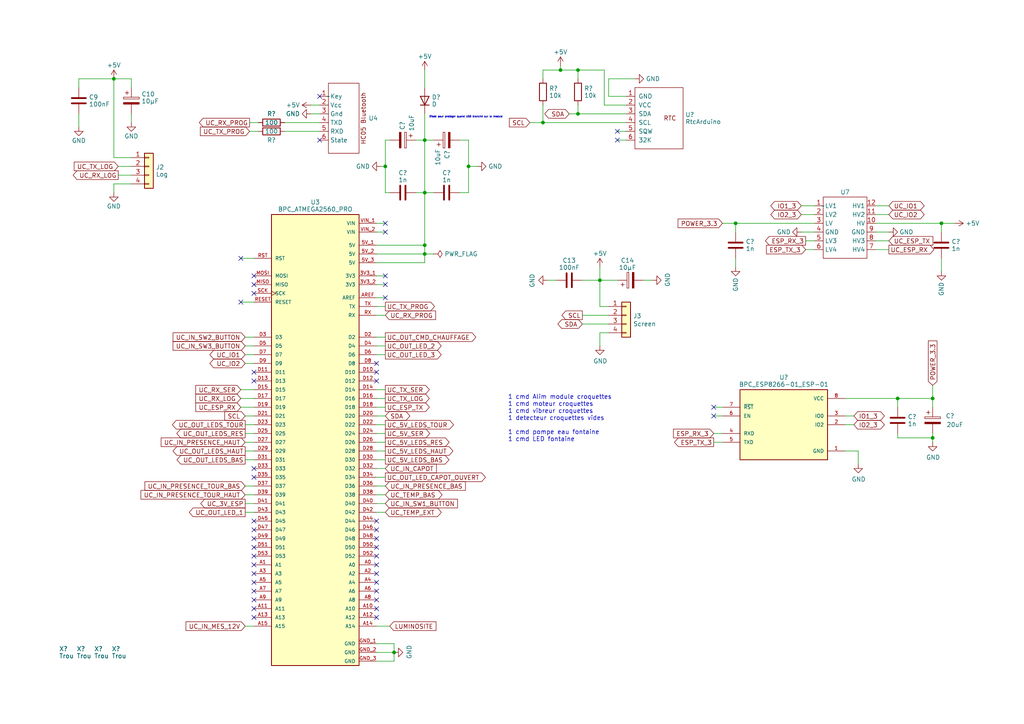
<source format=kicad_sch>
(kicad_sch (version 20230121) (generator eeschema)
  (paper "A4")
  (title_block (title "Cabane à Minou") (date "2024-11-27") (rev "Rev C0") (company "BPC") (comment 1 "2 capteurs de température / 4 entrées détecteur de mouvement") (comment 2 "Wifi / Luminosité / RTC / Bluetooth / Lcd") (comment 3 "4 sorties Strip LEDs (Avec Alim. 5V pilotable)") (comment 4 "Alimentation 12V / 1 sortie 12V commutable"))
  (lib_symbols
    (symbol "Connector_Generic:Conn_01x04" (pin_names (offset 1.016) hide)
      (property "Reference" "J" (at 0 5.08 0))
      (property "Value" "Conn_01x04" (at 0 -7.62 0))
      (symbol "Conn_01x04_1_1"
        (rectangle (start -1.27 -4.953) (end 0 -5.207) (stroke (width 0.1524)))
        (rectangle (start -1.27 -2.413) (end 0 -2.667) (stroke (width 0.1524)))
        (rectangle (start -1.27 0.127) (end 0 -0.127) (stroke (width 0.1524)))
        (rectangle (start -1.27 2.667) (end 0 2.413) (stroke (width 0.1524)))
        (rectangle (start -1.27 3.81) (end 1.27 -6.35) (stroke (width 0.254)) (fill (type background)))
        (pin passive line (at -5.08 2.54 0) (length 3.81) (name "Pin_1") (number "1"))
        (pin passive line (at -5.08 0 0) (length 3.81) (name "Pin_2") (number "2"))
        (pin passive line (at -5.08 -2.54 0) (length 3.81) (name "Pin_3") (number "3"))
        (pin passive line (at -5.08 -5.08 0) (length 3.81) (name "Pin_4") (number "4"))
      )
    )
    (symbol "Device:C" (pin_numbers hide) (pin_names (offset 0.254))
      (property "Reference" "C" (at 0.635 2.54 0))
      (property "Value" "C" (at 0.635 -2.54 0))
      (symbol "C_0_1"
        (polyline (pts (xy -2.032 -0.762) (xy 2.032 -0.762)) (stroke (width 0.508)))
        (polyline (pts (xy -2.032 0.762) (xy 2.032 0.762)) (stroke (width 0.508)))
      )
      (symbol "C_1_1"
        (pin passive line (at 0 3.81 270) (length 2.794) (name "~") (number "1"))
        (pin passive line (at 0 -3.81 90) (length 2.794) (name "~") (number "2"))
      )
    )
    (symbol "Device:C_Polarized" (pin_numbers hide) (pin_names (offset 0.254))
      (property "Reference" "C" (at 0.635 2.54 0))
      (property "Value" "C_Polarized" (at 0.635 -2.54 0))
      (symbol "C_Polarized_0_1"
        (rectangle (start -2.286 0.508) (end 2.286 1.016))
        (polyline (pts (xy -1.778 2.286) (xy -0.762 2.286)))
        (polyline (pts (xy -1.27 2.794) (xy -1.27 1.778)))
        (rectangle (start 2.286 -0.508) (end -2.286 -1.016) (fill (type outline)))
      )
      (symbol "C_Polarized_1_1"
        (pin passive line (at 0 3.81 270) (length 2.794) (name "~") (number "1"))
        (pin passive line (at 0 -3.81 90) (length 2.794) (name "~") (number "2"))
      )
    )
    (symbol "Device:D" (pin_numbers hide) (pin_names (offset 1.016) hide)
      (property "Reference" "D" (at 0 2.54 0))
      (property "Value" "D" (at 0 -2.54 0))
      (symbol "D_0_1"
        (polyline (pts (xy -1.27 1.27) (xy -1.27 -1.27)) (stroke (width 0.254)))
        (polyline (pts (xy 1.27 0) (xy -1.27 0)))
        (polyline (pts (xy 1.27 1.27) (xy 1.27 -1.27) (xy -1.27 0) (xy 1.27 1.27)) (stroke (width 0.254)))
      )
      (symbol "D_1_1"
        (pin passive line (at -3.81 0 0) (length 2.54) (name "K") (number "1"))
        (pin passive line (at 3.81 0 180) (length 2.54) (name "A") (number "2"))
      )
    )
    (symbol "Device:R" (pin_numbers hide) (pin_names (offset 0))
      (property "Reference" "R" (at 2.032 0 90))
      (property "Value" "R" (at 0 0 90))
      (symbol "R_0_1"
        (rectangle (start -1.016 -2.54) (end 1.016 2.54) (stroke (width 0.254)))
      )
      (symbol "R_1_1"
        (pin passive line (at 0 3.81 270) (length 1.27) (name "~") (number "1"))
        (pin passive line (at 0 -3.81 90) (length 1.27) (name "~") (number "2"))
      )
    )
    (symbol "bpc:BPC_ATMEGA2560_PRO" (pin_names (offset 1.016))
      (property "Reference" "U" (at -12.7 63.5 0))
      (property "Value" "BPC_ATMEGA2560_PRO" (at -12.7 -69.85 0))
      (symbol "BPC_ATMEGA2560_PRO_0_0"
        (rectangle (start -12.7 63.5) (end 12.7 -67.31) (stroke (width 0.254)) (fill (type background)))
        (pin power_in line (at 17.78 45.72 180) (length 5.08) (name "3V3") (number "3V3_1"))
        (pin power_in line (at 17.78 43.18 180) (length 5.08) (name "3V3") (number "3V3_2"))
        (pin power_in line (at 17.78 54.61 180) (length 5.08) (name "5V") (number "5V_1"))
        (pin power_in line (at 17.78 52.07 180) (length 5.08) (name "5V") (number "5V_2"))
        (pin power_in line (at 17.78 49.53 180) (length 5.08) (name "5V") (number "5V_3"))
        (pin bidirectional line (at 17.78 -38.1 180) (length 5.08) (name "A0") (number "A0"))
        (pin bidirectional line (at -17.78 -38.1 0) (length 5.08) (name "A1") (number "A1"))
        (pin bidirectional line (at 17.78 -50.8 180) (length 5.08) (name "A10") (number "A10"))
        (pin bidirectional line (at -17.78 -50.8 0) (length 5.08) (name "A11") (number "A11"))
        (pin bidirectional line (at 17.78 -53.34 180) (length 5.08) (name "A12") (number "A12"))
        (pin bidirectional line (at -17.78 -53.34 0) (length 5.08) (name "A13") (number "A13"))
        (pin bidirectional line (at 17.78 -55.88 180) (length 5.08) (name "A14") (number "A14"))
        (pin bidirectional line (at -17.78 -55.88 0) (length 5.08) (name "A15") (number "A15"))
        (pin bidirectional line (at 17.78 -40.64 180) (length 5.08) (name "A2") (number "A2"))
        (pin bidirectional line (at -17.78 -40.64 0) (length 5.08) (name "A3") (number "A3"))
        (pin bidirectional line (at 17.78 -43.18 180) (length 5.08) (name "A4") (number "A4"))
        (pin bidirectional line (at -17.78 -43.18 0) (length 5.08) (name "A5") (number "A5"))
        (pin bidirectional line (at 17.78 -45.72 180) (length 5.08) (name "A6") (number "A6"))
        (pin bidirectional line (at -17.78 -45.72 0) (length 5.08) (name "A7") (number "A7"))
        (pin bidirectional line (at 17.78 -48.26 180) (length 5.08) (name "A8") (number "A8"))
        (pin bidirectional line (at -17.78 -48.26 0) (length 5.08) (name "A9") (number "A9"))
        (pin bidirectional line (at 17.78 39.37 180) (length 5.08) (name "AREF") (number "AREF"))
        (pin bidirectional line (at 17.78 17.78 180) (length 5.08) (name "D10") (number "D10"))
        (pin bidirectional line (at -17.78 17.78 0) (length 5.08) (name "D11") (number "D11"))
        (pin bidirectional line (at 17.78 15.24 180) (length 5.08) (name "D12") (number "D12"))
        (pin bidirectional line (at -17.78 15.24 0) (length 5.08) (name "D13") (number "D13"))
        (pin bidirectional line (at 17.78 12.7 180) (length 5.08) (name "D14") (number "D14"))
        (pin bidirectional line (at -17.78 12.7 0) (length 5.08) (name "D15") (number "D15"))
        (pin bidirectional line (at 17.78 10.16 180) (length 5.08) (name "D16") (number "D16"))
        (pin bidirectional line (at -17.78 10.16 0) (length 5.08) (name "D17") (number "D17"))
        (pin bidirectional line (at 17.78 7.62 180) (length 5.08) (name "D18") (number "D18"))
        (pin bidirectional line (at -17.78 7.62 0) (length 5.08) (name "D19") (number "D19"))
        (pin bidirectional line (at 17.78 27.94 180) (length 5.08) (name "D2") (number "D2"))
        (pin bidirectional line (at 17.78 5.08 180) (length 5.08) (name "D20") (number "D20"))
        (pin bidirectional line (at -17.78 5.08 0) (length 5.08) (name "D21") (number "D21"))
        (pin bidirectional line (at 17.78 2.54 180) (length 5.08) (name "D22") (number "D22"))
        (pin bidirectional line (at -17.78 2.54 0) (length 5.08) (name "D23") (number "D23"))
        (pin bidirectional line (at 17.78 0 180) (length 5.08) (name "D24") (number "D24"))
        (pin bidirectional line (at -17.78 0 0) (length 5.08) (name "D25") (number "D25"))
        (pin bidirectional line (at 17.78 -2.54 180) (length 5.08) (name "D26") (number "D26"))
        (pin bidirectional line (at -17.78 -2.54 0) (length 5.08) (name "D27") (number "D27"))
        (pin bidirectional line (at 17.78 -5.08 180) (length 5.08) (name "D28") (number "D28"))
        (pin bidirectional line (at -17.78 -5.08 0) (length 5.08) (name "D29") (number "D29"))
        (pin bidirectional line (at -17.78 27.94 0) (length 5.08) (name "D3") (number "D3"))
        (pin bidirectional line (at 17.78 -7.62 180) (length 5.08) (name "D30") (number "D30"))
        (pin bidirectional line (at -17.78 -7.62 0) (length 5.08) (name "D31") (number "D31"))
        (pin bidirectional line (at 17.78 -10.16 180) (length 5.08) (name "D32") (number "D32"))
        (pin bidirectional line (at -17.78 -10.16 0) (length 5.08) (name "D33") (number "D33"))
        (pin bidirectional line (at 17.78 -12.7 180) (length 5.08) (name "D34") (number "D34"))
        (pin bidirectional line (at -17.78 -12.7 0) (length 5.08) (name "D35") (number "D35"))
        (pin bidirectional line (at 17.78 -15.24 180) (length 5.08) (name "D36") (number "D36"))
        (pin bidirectional line (at -17.78 -15.24 0) (length 5.08) (name "D37") (number "D37"))
        (pin bidirectional line (at 17.78 -17.78 180) (length 5.08) (name "D38") (number "D38"))
        (pin bidirectional line (at -17.78 -17.78 0) (length 5.08) (name "D39") (number "D39"))
        (pin bidirectional line (at 17.78 25.4 180) (length 5.08) (name "D4") (number "D4"))
        (pin bidirectional line (at 17.78 -20.32 180) (length 5.08) (name "D40") (number "D40"))
        (pin bidirectional line (at -17.78 -20.32 0) (length 5.08) (name "D41") (number "D41"))
        (pin bidirectional line (at 17.78 -22.86 180) (length 5.08) (name "D42") (number "D42"))
        (pin bidirectional line (at -17.78 -22.86 0) (length 5.08) (name "D43") (number "D43"))
        (pin bidirectional line (at 17.78 -25.4 180) (length 5.08) (name "D44") (number "D44"))
        (pin bidirectional line (at -17.78 -25.4 0) (length 5.08) (name "D45") (number "D45"))
        (pin bidirectional line (at 17.78 -27.94 180) (length 5.08) (name "D46") (number "D46"))
        (pin bidirectional line (at -17.78 -27.94 0) (length 5.08) (name "D47") (number "D47"))
        (pin bidirectional line (at 17.78 -30.48 180) (length 5.08) (name "D48") (number "D48"))
        (pin bidirectional line (at -17.78 -30.48 0) (length 5.08) (name "D49") (number "D49"))
        (pin bidirectional line (at -17.78 25.4 0) (length 5.08) (name "D5") (number "D5"))
        (pin bidirectional line (at 17.78 -33.02 180) (length 5.08) (name "D50") (number "D50"))
        (pin bidirectional line (at -17.78 -33.02 0) (length 5.08) (name "D51") (number "D51"))
        (pin bidirectional line (at 17.78 -35.56 180) (length 5.08) (name "D52") (number "D52"))
        (pin bidirectional line (at -17.78 -35.56 0) (length 5.08) (name "D53") (number "D53"))
        (pin bidirectional line (at 17.78 22.86 180) (length 5.08) (name "D6") (number "D6"))
        (pin bidirectional line (at -17.78 22.86 0) (length 5.08) (name "D7") (number "D7"))
        (pin bidirectional line (at 17.78 20.32 180) (length 5.08) (name "D8") (number "D8"))
        (pin bidirectional line (at -17.78 20.32 0) (length 5.08) (name "D9") (number "D9"))
        (pin power_in line (at 17.78 -60.96 180) (length 5.08) (name "GND") (number "GND_1"))
        (pin power_in line (at 17.78 -63.5 180) (length 5.08) (name "GND") (number "GND_2"))
        (pin power_in line (at 17.78 -66.04 180) (length 5.08) (name "GND") (number "GND_3"))
        (pin bidirectional line (at -17.78 43.18 0) (length 5.08) (name "MISO") (number "MISO"))
        (pin bidirectional line (at -17.78 45.72 0) (length 5.08) (name "MOSI") (number "MOSI"))
        (pin input line (at -17.78 38.1 0) (length 5.08) (name "RESET") (number "RESET"))
        (pin input line (at -17.78 50.8 0) (length 5.08) (name "RST") (number "RST"))
        (pin input line (at 17.78 34.29 180) (length 5.08) (name "RX") (number "RX"))
        (pin bidirectional clock (at -17.78 40.64 0) (length 5.08) (name "SCK") (number "SCK"))
        (pin output line (at 17.78 36.83 180) (length 5.08) (name "TX") (number "TX"))
        (pin power_in line (at 17.78 60.96 180) (length 5.08) (name "VIN") (number "VIN_1"))
        (pin power_in line (at 17.78 58.42 180) (length 5.08) (name "VIN") (number "VIN_2"))
      )
    )
    (symbol "bpc:BPC_ESP8266-01_ESP-01" (pin_names (offset 1.016))
      (property "Reference" "U" (at -12.7 10.668 0))
      (property "Value" "BPC_ESP8266-01_ESP-01" (at -12.7254 -12.7254 0))
      (symbol "BPC_ESP8266-01_ESP-01_0_0"
        (rectangle (start -12.7 -10.16) (end 12.7 10.16) (stroke (width 0.254)) (fill (type background)))
        (pin power_in line (at 17.78 -7.62 180) (length 5.08) (name "GND") (number "1"))
        (pin bidirectional line (at 17.78 0 180) (length 5.08) (name "IO2") (number "2"))
        (pin bidirectional line (at 17.78 2.54 180) (length 5.08) (name "IO0") (number "3"))
        (pin input line (at -17.78 -2.54 0) (length 5.08) (name "RXD") (number "4"))
        (pin output line (at -17.78 -5.08 0) (length 5.08) (name "TXD") (number "5"))
        (pin input line (at -17.78 2.54 0) (length 5.08) (name "EN") (number "6"))
        (pin input line (at -17.78 5.08 0) (length 5.08) (name "~{RST}") (number "7"))
        (pin power_in line (at 17.78 7.62 180) (length 5.08) (name "VCC") (number "8"))
      )
    )
    (symbol "bpc:BPC_HC05_BLUETOOTH"
      (property "Reference" "U" (at 2.54 5.08 0))
      (symbol "BPC_HC05_BLUETOOTH_0_1"
        (rectangle (start 0 3.81) (end 8.89 -16.51))
      )
      (symbol "BPC_HC05_BLUETOOTH_1_1"
        (text "HC05 Bluetooth" (at 10.16 -6.35 900) (effects (font (size 1.27 1.27))))
        (pin input line (at -2.54 0 0) (length 2.54) (name "Key") (number "1"))
        (pin power_in line (at -2.54 -2.54 0) (length 2.54) (name "Vcc") (number "2"))
        (pin power_in line (at -2.54 -5.08 0) (length 2.54) (name "Gnd") (number "3"))
        (pin output line (at -2.54 -7.62 0) (length 2.54) (name "TXD") (number "4"))
        (pin input line (at -2.54 -10.16 0) (length 2.54) (name "RXD") (number "5"))
        (pin output line (at -2.54 -12.7 0) (length 2.54) (name "State") (number "6"))
      )
    )
    (symbol "bpc:BPC_LVLCONV_5_33"
      (property "Reference" "U" (at 1.27 3.81 0))
      (symbol "BPC_LVLCONV_5_33_0_1"
        (rectangle (start 0 2.54) (end 12.7 -15.24))
      )
      (symbol "BPC_LVLCONV_5_33_1_1"
        (pin bidirectional line (at -2.54 0 0) (length 2.54) (name "LV1") (number "1"))
        (pin bidirectional line (at 15.24 -5.08 180) (length 2.54) (name "HV") (number "10"))
        (pin bidirectional line (at 15.24 -2.54 180) (length 2.54) (name "HV2") (number "11"))
        (pin bidirectional line (at 15.24 0 180) (length 2.54) (name "HV1") (number "12"))
        (pin bidirectional line (at -2.54 -2.54 0) (length 2.54) (name "LV2") (number "2"))
        (pin bidirectional line (at -2.54 -5.08 0) (length 2.54) (name "LV") (number "3"))
        (pin bidirectional line (at -2.54 -7.62 0) (length 2.54) (name "GND") (number "4"))
        (pin bidirectional line (at -2.54 -10.16 0) (length 2.54) (name "LV3") (number "5"))
        (pin bidirectional line (at -2.54 -12.7 0) (length 2.54) (name "LV4") (number "6"))
        (pin bidirectional line (at 15.24 -12.7 180) (length 2.54) (name "HV4") (number "7"))
        (pin bidirectional line (at 15.24 -10.16 180) (length 2.54) (name "HV3") (number "8"))
        (pin bidirectional line (at 15.24 -7.62 180) (length 2.54) (name "GND") (number "9"))
      )
    )
    (symbol "bpc:BPC_TROU"
      (property "Reference" "X" (at 0 0 0))
      (property "Value" "Trou" (at 0 -1.27 0))
    )
    (symbol "bpc:RtcArduino" (pin_names (offset 1.016))
      (property "Reference" "U" (at 1.27 3.81 0))
      (property "Value" "RtcArduino" (at 5.08 1.27 0))
      (symbol "RtcArduino_0_0"
        (text "RTC" (at 10.16 -8.89 0) (effects (font (size 1.27 1.27))))
      )
      (symbol "RtcArduino_0_1"
        (rectangle (start 0 -17.78) (end 13.97 0))
      )
      (symbol "RtcArduino_1_1"
        (pin power_in line (at -2.54 -2.54 0) (length 2.54) (name "GND") (number "1"))
        (pin power_in line (at -2.54 -5.08 0) (length 2.54) (name "VCC") (number "2"))
        (pin bidirectional line (at -2.54 -7.62 0) (length 2.54) (name "SDA") (number "3"))
        (pin input line (at -2.54 -10.16 0) (length 2.54) (name "SCL") (number "4"))
        (pin unspecified line (at -2.54 -12.7 0) (length 2.54) (name "SQW") (number "5"))
        (pin unspecified line (at -2.54 -15.24 0) (length 2.54) (name "32K") (number "6"))
      )
    )
    (symbol "power:+5V" (power) (pin_names (offset 0))
      (property "Value" "+5V" (at 0 3.556 0))
      (symbol "+5V_0_1"
        (polyline (pts (xy -0.762 1.27) (xy 0 2.54)))
        (polyline (pts (xy 0 0) (xy 0 2.54)))
        (polyline (pts (xy 0 2.54) (xy 0.762 1.27)))
      )
      (symbol "+5V_1_1"
        (pin power_in line (at 0 0 90) (length 0) hide (name "+5V") (number "1"))
      )
    )
    (symbol "power:GND" (power) (pin_names (offset 0))
      (property "Value" "GND" (at 0 -3.81 0))
      (symbol "GND_0_1"
        (polyline (pts (xy 0 0) (xy 0 -1.27) (xy 1.27 -1.27) (xy 0 -2.54) (xy -1.27 -1.27) (xy 0 -1.27)))
      )
      (symbol "GND_1_1"
        (pin power_in line (at 0 0 270) (length 0) hide (name "GND") (number "1"))
      )
    )
    (symbol "power:PWR_FLAG" (power) (pin_numbers hide) (pin_names (offset 0) hide)
      (property "Value" "PWR_FLAG" (at 0 3.81 0))
      (symbol "PWR_FLAG_0_0"
        (pin power_out line (at 0 0 90) (length 0) (name "pwr") (number "1"))
      )
      (symbol "PWR_FLAG_0_1"
        (polyline (pts (xy 0 0) (xy 0 1.27) (xy -1.016 1.905) (xy 0 2.54) (xy 1.016 1.905) (xy 0 1.27)))
      )
    )
  )
  (junction (at 111.76 48.26))
  (junction (at 33.02 22.86))
  (junction (at 270.51 127))
  (junction (at 123.19 55.88))
  (junction (at 123.19 73.66))
  (junction (at 162.56 20.32))
  (junction (at 270.51 115.57))
  (junction (at 114.3 189.23))
  (junction (at 123.19 40.64))
  (junction (at 273.05 64.77))
  (junction (at 123.19 71.12))
  (junction (at 167.64 20.32))
  (junction (at 173.99 81.28))
  (junction (at 213.36 64.77))
  (junction (at 135.89 48.26))
  (junction (at 157.48 35.56))
  (junction (at 260.35 115.57))
  (junction (at 167.64 33.02))
  (no_connect (at 73.66 138.43))
  (no_connect (at 109.22 176.53))
  (no_connect (at 73.66 153.67))
  (no_connect (at 109.22 156.21))
  (no_connect (at 109.22 153.67))
  (no_connect (at 109.22 158.75))
  (no_connect (at 109.22 105.41))
  (no_connect (at 109.22 166.37))
  (no_connect (at 73.66 107.95))
  (no_connect (at 73.66 163.83))
  (no_connect (at 109.22 168.91))
  (no_connect (at 73.66 110.49))
  (no_connect (at 73.66 135.89))
  (no_connect (at 69.85 74.93))
  (no_connect (at 73.66 158.75))
  (no_connect (at 73.66 156.21))
  (no_connect (at 179.07 40.64))
  (no_connect (at 73.66 166.37))
  (no_connect (at 109.22 163.83))
  (no_connect (at 73.66 80.01))
  (no_connect (at 73.66 168.91))
  (no_connect (at 111.76 86.36))
  (no_connect (at 69.85 87.63))
  (no_connect (at 73.66 161.29))
  (no_connect (at 73.66 85.09))
  (no_connect (at 109.22 151.13))
  (no_connect (at 109.22 107.95))
  (no_connect (at 111.76 64.77))
  (no_connect (at 111.76 82.55))
  (no_connect (at 73.66 82.55))
  (no_connect (at 179.07 38.1))
  (no_connect (at 73.66 171.45))
  (no_connect (at 73.66 176.53))
  (no_connect (at 207.01 118.11))
  (no_connect (at 109.22 110.49))
  (no_connect (at 73.66 151.13))
  (no_connect (at 92.71 40.64))
  (no_connect (at 73.66 179.07))
  (no_connect (at 207.01 120.65))
  (no_connect (at 111.76 80.01))
  (no_connect (at 109.22 173.99))
  (no_connect (at 92.71 27.94))
  (no_connect (at 109.22 171.45))
  (no_connect (at 109.22 161.29))
  (no_connect (at 73.66 173.99))
  (no_connect (at 109.22 179.07))
  (no_connect (at 111.76 67.31))
  (wire (pts (xy 232.41 62.23) (xy 236.22 62.23)))
  (wire (pts (xy 109.22 82.55) (xy 111.76 82.55)))
  (wire (pts (xy 270.51 111.76) (xy 270.51 115.57)))
  (wire (pts (xy 109.22 80.01) (xy 111.76 80.01)))
  (wire (pts (xy 109.22 100.33) (xy 111.76 100.33)))
  (wire (pts (xy 162.56 20.32) (xy 162.56 19.05)))
  (wire (pts (xy 260.35 115.57) (xy 260.35 118.11)))
  (wire (pts (xy 173.99 81.28) (xy 179.07 81.28)))
  (wire (pts (xy 232.41 67.31) (xy 236.22 67.31)))
  (wire (pts (xy 260.35 125.73) (xy 260.35 127)))
  (wire (pts (xy 33.02 53.34) (xy 38.1 53.34)))
  (wire (pts (xy 260.35 115.57) (xy 270.51 115.57)))
  (wire (pts (xy 273.05 64.77) (xy 276.86 64.77)))
  (wire (pts (xy 22.86 33.02) (xy 22.86 36.83)))
  (wire (pts (xy 33.02 22.86) (xy 38.1 22.86)))
  (wire (pts (xy 176.53 88.9) (xy 173.99 88.9)))
  (wire (pts (xy 207.01 118.11) (xy 209.55 118.11)))
  (wire (pts (xy 71.12 100.33) (xy 73.66 100.33)))
  (wire (pts (xy 179.07 40.64) (xy 181.61 40.64)))
  (wire (pts (xy 109.22 115.57) (xy 111.76 115.57)))
  (wire (pts (xy 71.12 102.87) (xy 73.66 102.87)))
  (wire (pts (xy 71.12 97.79) (xy 73.66 97.79)))
  (wire (pts (xy 33.02 55.88) (xy 33.02 53.34)))
  (wire (pts (xy 181.61 27.94) (xy 176.53 27.94)))
  (wire (pts (xy 207.01 120.65) (xy 209.55 120.65)))
  (wire (pts (xy 173.99 88.9) (xy 173.99 81.28)))
  (wire (pts (xy 213.36 64.77) (xy 236.22 64.77)))
  (wire (pts (xy 71.12 123.19) (xy 73.66 123.19)))
  (wire (pts (xy 109.22 130.81) (xy 111.76 130.81)))
  (wire (pts (xy 123.19 55.88) (xy 123.19 71.12)))
  (wire (pts (xy 22.86 22.86) (xy 33.02 22.86)))
  (wire (pts (xy 207.01 128.27) (xy 209.55 128.27)))
  (wire (pts (xy 181.61 33.02) (xy 167.64 33.02)))
  (wire (pts (xy 254 69.85) (xy 257.81 69.85)))
  (wire (pts (xy 71.12 181.61) (xy 73.66 181.61)))
  (wire (pts (xy 245.11 120.65) (xy 247.65 120.65)))
  (wire (pts (xy 33.02 45.72) (xy 38.1 45.72)))
  (wire (pts (xy 82.55 35.56) (xy 92.71 35.56)))
  (wire (pts (xy 109.22 133.35) (xy 111.76 133.35)))
  (wire (pts (xy 176.53 91.44) (xy 168.91 91.44)))
  (wire (pts (xy 173.99 81.28) (xy 173.99 77.47)))
  (wire (pts (xy 109.22 71.12) (xy 123.19 71.12)))
  (wire (pts (xy 109.22 135.89) (xy 111.76 135.89)))
  (wire (pts (xy 109.22 189.23) (xy 114.3 189.23)))
  (wire (pts (xy 123.19 55.88) (xy 125.73 55.88)))
  (wire (pts (xy 123.19 20.32) (xy 123.19 25.4)))
  (wire (pts (xy 33.02 22.86) (xy 33.02 45.72)))
  (wire (pts (xy 176.53 27.94) (xy 176.53 22.86)))
  (wire (pts (xy 109.22 102.87) (xy 111.76 102.87)))
  (wire (pts (xy 71.12 148.59) (xy 73.66 148.59)))
  (wire (pts (xy 175.26 20.32) (xy 167.64 20.32)))
  (wire (pts (xy 109.22 140.97) (xy 111.76 140.97)))
  (wire (pts (xy 157.48 35.56) (xy 181.61 35.56)))
  (wire (pts (xy 165.1 33.02) (xy 167.64 33.02)))
  (wire (pts (xy 254 59.69) (xy 257.81 59.69)))
  (wire (pts (xy 245.11 123.19) (xy 247.65 123.19)))
  (wire (pts (xy 34.29 48.26) (xy 38.1 48.26)))
  (wire (pts (xy 69.85 118.11) (xy 73.66 118.11)))
  (wire (pts (xy 273.05 74.93) (xy 273.05 78.74)))
  (wire (pts (xy 207.01 125.73) (xy 209.55 125.73)))
  (wire (pts (xy 71.12 105.41) (xy 73.66 105.41)))
  (wire (pts (xy 175.26 30.48) (xy 175.26 20.32)))
  (wire (pts (xy 157.48 20.32) (xy 162.56 20.32)))
  (wire (pts (xy 90.17 33.02) (xy 92.71 33.02)))
  (wire (pts (xy 109.22 128.27) (xy 111.76 128.27)))
  (wire (pts (xy 123.19 76.2) (xy 123.19 73.66)))
  (wire (pts (xy 123.19 40.64) (xy 125.73 40.64)))
  (wire (pts (xy 38.1 22.86) (xy 38.1 25.4)))
  (wire (pts (xy 71.12 140.97) (xy 73.66 140.97)))
  (wire (pts (xy 111.76 48.26) (xy 111.76 40.64)))
  (wire (pts (xy 273.05 64.77) (xy 273.05 67.31)))
  (wire (pts (xy 109.22 143.51) (xy 111.76 143.51)))
  (wire (pts (xy 153.67 35.56) (xy 157.48 35.56)))
  (wire (pts (xy 109.22 88.9) (xy 111.76 88.9)))
  (wire (pts (xy 69.85 115.57) (xy 73.66 115.57)))
  (wire (pts (xy 109.22 67.31) (xy 111.76 67.31)))
  (wire (pts (xy 233.68 69.85) (xy 236.22 69.85)))
  (wire (pts (xy 109.22 125.73) (xy 111.76 125.73)))
  (wire (pts (xy 254 62.23) (xy 257.81 62.23)))
  (wire (pts (xy 213.36 74.93) (xy 213.36 77.47)))
  (wire (pts (xy 109.22 97.79) (xy 111.76 97.79)))
  (wire (pts (xy 69.85 113.03) (xy 73.66 113.03)))
  (wire (pts (xy 120.65 40.64) (xy 123.19 40.64)))
  (wire (pts (xy 254 67.31) (xy 257.81 67.31)))
  (wire (pts (xy 179.07 38.1) (xy 181.61 38.1)))
  (wire (pts (xy 270.51 127) (xy 270.51 128.27)))
  (wire (pts (xy 167.64 20.32) (xy 167.64 22.86)))
  (wire (pts (xy 109.22 146.05) (xy 111.76 146.05)))
  (wire (pts (xy 69.85 87.63) (xy 73.66 87.63)))
  (wire (pts (xy 158.75 81.28) (xy 161.29 81.28)))
  (wire (pts (xy 109.22 138.43) (xy 111.76 138.43)))
  (wire (pts (xy 71.12 130.81) (xy 73.66 130.81)))
  (wire (pts (xy 168.91 93.98) (xy 176.53 93.98)))
  (wire (pts (xy 71.12 128.27) (xy 73.66 128.27)))
  (wire (pts (xy 167.64 20.32) (xy 162.56 20.32)))
  (wire (pts (xy 245.11 115.57) (xy 260.35 115.57)))
  (wire (pts (xy 176.53 96.52) (xy 173.99 96.52)))
  (wire (pts (xy 176.53 22.86) (xy 184.15 22.86)))
  (wire (pts (xy 82.55 38.1) (xy 92.71 38.1)))
  (wire (pts (xy 135.89 48.26) (xy 138.43 48.26)))
  (wire (pts (xy 209.55 64.77) (xy 213.36 64.77)))
  (wire (pts (xy 135.89 48.26) (xy 135.89 55.88)))
  (wire (pts (xy 90.17 30.48) (xy 92.71 30.48)))
  (wire (pts (xy 109.22 73.66) (xy 123.19 73.66)))
  (wire (pts (xy 260.35 127) (xy 270.51 127)))
  (wire (pts (xy 254 64.77) (xy 273.05 64.77)))
  (wire (pts (xy 109.22 181.61) (xy 113.03 181.61)))
  (wire (pts (xy 114.3 186.69) (xy 114.3 189.23)))
  (wire (pts (xy 110.49 48.26) (xy 111.76 48.26)))
  (wire (pts (xy 109.22 118.11) (xy 111.76 118.11)))
  (wire (pts (xy 72.39 38.1) (xy 74.93 38.1)))
  (wire (pts (xy 168.91 81.28) (xy 173.99 81.28)))
  (wire (pts (xy 173.99 96.52) (xy 173.99 100.33)))
  (wire (pts (xy 109.22 91.44) (xy 111.76 91.44)))
  (wire (pts (xy 114.3 189.23) (xy 114.3 191.77)))
  (wire (pts (xy 111.76 55.88) (xy 113.03 55.88)))
  (wire (pts (xy 72.39 35.56) (xy 74.93 35.56)))
  (wire (pts (xy 254 72.39) (xy 257.81 72.39)))
  (wire (pts (xy 135.89 40.64) (xy 135.89 48.26)))
  (wire (pts (xy 22.86 25.4) (xy 22.86 22.86)))
  (wire (pts (xy 109.22 186.69) (xy 114.3 186.69)))
  (wire (pts (xy 71.12 125.73) (xy 73.66 125.73)))
  (wire (pts (xy 109.22 64.77) (xy 111.76 64.77)))
  (wire (pts (xy 270.51 115.57) (xy 270.51 118.11)))
  (wire (pts (xy 123.19 55.88) (xy 123.19 40.64)))
  (wire (pts (xy 123.19 73.66) (xy 125.73 73.66)))
  (wire (pts (xy 109.22 123.19) (xy 111.76 123.19)))
  (wire (pts (xy 109.22 113.03) (xy 111.76 113.03)))
  (wire (pts (xy 248.92 130.81) (xy 248.92 134.62)))
  (wire (pts (xy 123.19 33.02) (xy 123.19 40.64)))
  (wire (pts (xy 186.69 81.28) (xy 189.23 81.28)))
  (wire (pts (xy 71.12 143.51) (xy 73.66 143.51)))
  (wire (pts (xy 111.76 48.26) (xy 111.76 55.88)))
  (wire (pts (xy 71.12 120.65) (xy 73.66 120.65)))
  (wire (pts (xy 167.64 33.02) (xy 167.64 30.48)))
  (wire (pts (xy 109.22 148.59) (xy 111.76 148.59)))
  (wire (pts (xy 71.12 146.05) (xy 73.66 146.05)))
  (wire (pts (xy 135.89 55.88) (xy 133.35 55.88)))
  (wire (pts (xy 157.48 22.86) (xy 157.48 20.32)))
  (wire (pts (xy 120.65 55.88) (xy 123.19 55.88)))
  (wire (pts (xy 213.36 64.77) (xy 213.36 67.31)))
  (wire (pts (xy 109.22 120.65) (xy 111.76 120.65)))
  (wire (pts (xy 34.29 50.8) (xy 38.1 50.8)))
  (wire (pts (xy 109.22 86.36) (xy 111.76 86.36)))
  (wire (pts (xy 114.3 191.77) (xy 109.22 191.77)))
  (wire (pts (xy 69.85 74.93) (xy 73.66 74.93)))
  (wire (pts (xy 111.76 40.64) (xy 113.03 40.64)))
  (wire (pts (xy 133.35 40.64) (xy 135.89 40.64)))
  (wire (pts (xy 38.1 33.02) (xy 38.1 35.56)))
  (wire (pts (xy 157.48 30.48) (xy 157.48 35.56)))
  (wire (pts (xy 109.22 76.2) (xy 123.19 76.2)))
  (wire (pts (xy 71.12 133.35) (xy 73.66 133.35)))
  (wire (pts (xy 123.19 73.66) (xy 123.19 71.12)))
  (wire (pts (xy 181.61 30.48) (xy 175.26 30.48)))
  (wire (pts (xy 270.51 127) (xy 270.51 125.73)))
  (wire (pts (xy 232.41 59.69) (xy 236.22 59.69)))
  (wire (pts (xy 245.11 130.81) (xy 248.92 130.81)))
  (wire (pts (xy 233.68 72.39) (xy 236.22 72.39)))
  (text "Diode pour protéger quand USB branché sur le module" (at 124.46 34.29 0) (effects (font (size 0.5 0.5)) (justify left bottom)))
  (text "1 cmd Alim module croquettes\n1 cmd moteur croquettes \n1 cmd vibreur croquettes\n1 detecteur croquettes vides\n\n1 cmd pompe eau fontaine\n1 cmd LED fontaine\n" (at 147.32 128.27 0) (effects (font (size 1.27 1.27)) (justify left bottom)))
  (global_label "UC_OUT_LEDS_TOUR" (shape output) (at 71.12 123.19 180) (property "Intersheetrefs" "${INTERSHEET_REFS}" (effects hide)))
  (global_label "UC_RX_PROG" (shape input) (at 111.76 91.44 0) (property "Intersheetrefs" "${INTERSHEET_REFS}" (effects hide)))
  (global_label "UC_IN_SW1_BUTTON" (shape input) (at 111.76 146.05 0) (property "Intersheetrefs" "${INTERSHEET_REFS}" (effects hide)))
  (global_label "UC_5V_LEDS_BAS" (shape output) (at 111.76 133.35 0) (property "Intersheetrefs" "${INTERSHEET_REFS}" (effects hide)))
  (global_label "UC_IN_CAPOT" (shape input) (at 111.76 135.89 0) (property "Intersheetrefs" "${INTERSHEET_REFS}" (effects hide)))
  (global_label "UC_IO1" (shape bidirectional) (at 71.12 102.87 180) (property "Intersheetrefs" "${INTERSHEET_REFS}" (effects hide)))
  (global_label "UC_ESP_TX" (shape output) (at 111.76 118.11 0) (property "Intersheetrefs" "${INTERSHEET_REFS}" (effects hide)))
  (global_label "IO2_3" (shape bidirectional) (at 247.65 123.19 0) (property "Intersheetrefs" "${INTERSHEET_REFS}" (effects hide)))
  (global_label "UC_OUT_LED_1" (shape output) (at 71.12 148.59 180) (property "Intersheetrefs" "${INTERSHEET_REFS}" (effects hide)))
  (global_label "LUMINOSITE" (shape input) (at 113.03 181.61 0) (property "Intersheetrefs" "${INTERSHEET_REFS}" (effects hide)))
  (global_label "UC_IO2" (shape bidirectional) (at 71.12 105.41 180) (property "Intersheetrefs" "${INTERSHEET_REFS}" (effects hide)))
  (global_label "IO1_3" (shape bidirectional) (at 247.65 120.65 0) (property "Intersheetrefs" "${INTERSHEET_REFS}" (effects hide)))
  (global_label "UC_TEMP_EXT" (shape bidirectional) (at 111.76 148.59 0) (property "Intersheetrefs" "${INTERSHEET_REFS}" (effects hide)))
  (global_label "UC_5V_LEDS_HAUT" (shape output) (at 111.76 130.81 0) (property "Intersheetrefs" "${INTERSHEET_REFS}" (effects hide)))
  (global_label "UC_RX_LOG" (shape output) (at 34.29 50.8 180) (property "Intersheetrefs" "${INTERSHEET_REFS}" (effects hide)))
  (global_label "UC_OUT_CMD_CHAUFFAGE" (shape output) (at 111.76 97.79 0) (property "Intersheetrefs" "${INTERSHEET_REFS}" (effects hide)))
  (global_label "UC_RX_LOG" (shape input) (at 69.85 115.57 180) (property "Intersheetrefs" "${INTERSHEET_REFS}" (effects hide)))
  (global_label "ESP_RX_3" (shape input) (at 207.01 125.73 180) (property "Intersheetrefs" "${INTERSHEET_REFS}" (effects hide)))
  (global_label "SCL" (shape input) (at 153.67 35.56 180) (property "Intersheetrefs" "${INTERSHEET_REFS}" (effects hide)))
  (global_label "UC_OUT_LEDS_BAS" (shape output) (at 71.12 133.35 180) (property "Intersheetrefs" "${INTERSHEET_REFS}" (effects hide)))
  (global_label "UC_IN_SW2_BUTTON" (shape input) (at 71.12 97.79 180) (property "Intersheetrefs" "${INTERSHEET_REFS}" (effects hide)))
  (global_label "UC_TX_PROG" (shape output) (at 111.76 88.9 0) (property "Intersheetrefs" "${INTERSHEET_REFS}" (effects hide)))
  (global_label "ESP_TX_3" (shape output) (at 207.01 128.27 180) (property "Intersheetrefs" "${INTERSHEET_REFS}" (effects hide)))
  (global_label "UC_IN_PRESENCE_TOUR_BAS" (shape input) (at 71.12 140.97 180) (property "Intersheetrefs" "${INTERSHEET_REFS}" (effects hide)))
  (global_label "SDA" (shape bidirectional) (at 111.76 120.65 0) (property "Intersheetrefs" "${INTERSHEET_REFS}" (effects hide)))
  (global_label "UC_IO1" (shape bidirectional) (at 257.81 59.69 0) (property "Intersheetrefs" "${INTERSHEET_REFS}" (effects hide)))
  (global_label "UC_OUT_LED_3" (shape output) (at 111.76 102.87 0) (property "Intersheetrefs" "${INTERSHEET_REFS}" (effects hide)))
  (global_label "IO1_3" (shape bidirectional) (at 232.41 59.69 180) (property "Intersheetrefs" "${INTERSHEET_REFS}" (effects hide)))
  (global_label "UC_OUT_LEDS_HAUT" (shape output) (at 71.12 130.81 180) (property "Intersheetrefs" "${INTERSHEET_REFS}" (effects hide)))
  (global_label "UC_5V_LEDS_TOUR" (shape output) (at 111.76 123.19 0) (property "Intersheetrefs" "${INTERSHEET_REFS}" (effects hide)))
  (global_label "UC_RX_PROG" (shape output) (at 72.39 35.56 180) (property "Intersheetrefs" "${INTERSHEET_REFS}" (effects hide)))
  (global_label "UC_IN_MES_12V" (shape input) (at 71.12 181.61 180) (property "Intersheetrefs" "${INTERSHEET_REFS}" (effects hide)))
  (global_label "UC_IN_PRESENCE_BAS" (shape input) (at 111.76 140.97 0) (property "Intersheetrefs" "${INTERSHEET_REFS}" (effects hide)))
  (global_label "UC_OUT_LED_CAPOT_OUVERT" (shape output) (at 111.76 138.43 0) (property "Intersheetrefs" "${INTERSHEET_REFS}" (effects hide)))
  (global_label "UC_TX_PROG" (shape input) (at 72.39 38.1 180) (property "Intersheetrefs" "${INTERSHEET_REFS}" (effects hide)))
  (global_label "UC_OUT_LEDS_RES" (shape output) (at 71.12 125.73 180) (property "Intersheetrefs" "${INTERSHEET_REFS}" (effects hide)))
  (global_label "UC_IN_SW3_BUTTON" (shape input) (at 71.12 100.33 180) (property "Intersheetrefs" "${INTERSHEET_REFS}" (effects hide)))
  (global_label "UC_IO2" (shape bidirectional) (at 257.81 62.23 0) (property "Intersheetrefs" "${INTERSHEET_REFS}" (effects hide)))
  (global_label "UC_IN_PRESENCE_TOUR_HAUT" (shape input) (at 71.12 143.51 180) (property "Intersheetrefs" "${INTERSHEET_REFS}" (effects hide)))
  (global_label "POWER_3.3" (shape input) (at 270.51 111.76 90) (property "Intersheetrefs" "${INTERSHEET_REFS}" (effects hide)))
  (global_label "UC_TX_SER" (shape output) (at 111.76 113.03 0) (property "Intersheetrefs" "${INTERSHEET_REFS}" (effects hide)))
  (global_label "SCL" (shape input) (at 71.12 120.65 180) (property "Intersheetrefs" "${INTERSHEET_REFS}" (effects hide)))
  (global_label "UC_ESP_TX" (shape input) (at 257.81 69.85 0) (property "Intersheetrefs" "${INTERSHEET_REFS}" (effects hide)))
  (global_label "ESP_TX_3" (shape input) (at 233.68 72.39 180) (property "Intersheetrefs" "${INTERSHEET_REFS}" (effects hide)))
  (global_label "UC_OUT_LED_2" (shape output) (at 111.76 100.33 0) (property "Intersheetrefs" "${INTERSHEET_REFS}" (effects hide)))
  (global_label "UC_3V_ESP" (shape output) (at 71.12 146.05 180) (property "Intersheetrefs" "${INTERSHEET_REFS}" (effects hide)))
  (global_label "UC_TEMP_BAS" (shape bidirectional) (at 111.76 143.51 0) (property "Intersheetrefs" "${INTERSHEET_REFS}" (effects hide)))
  (global_label "UC_5V_LEDS_RES" (shape output) (at 111.76 128.27 0) (property "Intersheetrefs" "${INTERSHEET_REFS}" (effects hide)))
  (global_label "UC_5V_SER" (shape output) (at 111.76 125.73 0) (property "Intersheetrefs" "${INTERSHEET_REFS}" (effects hide)))
  (global_label "POWER_3.3" (shape input) (at 209.55 64.77 180) (property "Intersheetrefs" "${INTERSHEET_REFS}" (effects hide)))
  (global_label "UC_ESP_RX" (shape input) (at 69.85 118.11 180) (property "Intersheetrefs" "${INTERSHEET_REFS}" (effects hide)))
  (global_label "UC_TX_LOG" (shape output) (at 111.76 115.57 0) (property "Intersheetrefs" "${INTERSHEET_REFS}" (effects hide)))
  (global_label "UC_TX_LOG" (shape input) (at 34.29 48.26 180) (property "Intersheetrefs" "${INTERSHEET_REFS}" (effects hide)))
  (global_label "SDA" (shape bidirectional) (at 168.91 93.98 180) (property "Intersheetrefs" "${INTERSHEET_REFS}" (effects hide)))
  (global_label "SCL" (shape output) (at 168.91 91.44 180) (property "Intersheetrefs" "${INTERSHEET_REFS}" (effects hide)))
  (global_label "ESP_RX_3" (shape output) (at 233.68 69.85 180) (property "Intersheetrefs" "${INTERSHEET_REFS}" (effects hide)))
  (global_label "UC_RX_SER" (shape input) (at 69.85 113.03 180) (property "Intersheetrefs" "${INTERSHEET_REFS}" (effects hide)))
  (global_label "UC_IN_PRESENCE_HAUT" (shape input) (at 71.12 128.27 180) (property "Intersheetrefs" "${INTERSHEET_REFS}" (effects hide)))
  (global_label "IO2_3" (shape bidirectional) (at 232.41 62.23 180) (property "Intersheetrefs" "${INTERSHEET_REFS}" (effects hide)))
  (global_label "SDA" (shape bidirectional) (at 165.1 33.02 180) (property "Intersheetrefs" "${INTERSHEET_REFS}" (effects hide)))
  (global_label "UC_ESP_RX" (shape output) (at 257.81 72.39 0) (property "Intersheetrefs" "${INTERSHEET_REFS}" (effects hide)))
  (symbol (lib_id "power:GND") (at 213.36 77.47 0) (unit 1)
    (property "Reference" "#PWR?" (effects hide))
    (property "Value" "GND" (at 213.36 82.55 90))
    (instances (project "cabane_minou" (path "" (reference "#PWR?") (unit 1)) (path "" (reference "#PWR042") (unit 1))))
  )
  (symbol (lib_id "power:GND") (at 33.02 55.88 0) (unit 1)
    (property "Reference" "#PWR025" (effects hide))
    (property "Value" "GND" (at 33.02 59.825 0))
    (instances (project "cabane_minou" (path "" (reference "#PWR025") (unit 1))) (project "board_rs485_master" (path "" (reference "#PWR?") (unit 1))))
  )
  (symbol (lib_id "power:GND") (at 232.41 67.31 270) (unit 1)
    (property "Reference" "#PWR?" (effects hide))
    (property "Value" "GND" (at 227.33 67.31 90))
    (instances (project "cabane_minou" (path "" (reference "#PWR?") (unit 1)) (path "" (reference "#PWR038") (unit 1))))
  )
  (symbol (lib_id "Connector_Generic:Conn_01x04") (at 43.18 48.26 0) (unit 1)
    (property "Reference" "J2" (at 45.212 48.506 0) (effects (justify left)))
    (property "Value" "Log" (at 45.212 50.554 0) (effects (justify left)))
    (property "Footprint" "Connector_JST:JST_XH_B4B-XH-A_1x04_P2.50mm_Vertical" (effects hide))
    (instances (project "cabane_minou" (path "" (reference "J2") (unit 1))) (project "board_rs485_master" (path "" (reference "J?") (unit 1))))
  )
  (symbol (lib_id "bpc:BPC_TROU") (at 21.59 189.23 0) (unit 1)
    (property "Reference" "X?" (at 22.225 188.206 0) (effects (justify left)))
    (property "Value" "Trou" (at 22.225 190.254 0) (effects (justify left)))
    (property "Footprint" "bpc:BPC_Trou4mm_Fixation" (effects hide))
    (instances (project "cabane_minou" (path "" (reference "X?") (unit 1)) (path "" (reference "X2") (unit 1))))
  )
  (symbol (lib_id "power:GND") (at 270.51 128.27 0) (unit 1)
    (property "Reference" "#PWR?" (effects hide))
    (property "Value" "GND" (at 270.637 132.6642 0))
    (instances (project "cabane_minou" (path "" (reference "#PWR?") (unit 1)) (path "" (reference "#PWR043") (unit 1))))
  )
  (symbol (lib_id "power:+5V") (at 276.86 64.77 270) (unit 1)
    (property "Reference" "#PWR?" (effects hide))
    (property "Value" "+5V" (at 280.035 64.77 90) (effects (justify left)))
    (instances (project "cabane_minou" (path "" (reference "#PWR?") (unit 1)) (path "" (reference "#PWR039") (unit 1))))
  )
  (symbol (lib_id "Device:C") (at 260.35 121.92 0) (unit 1)
    (property "Reference" "C?" (at 263.271 120.896 0) (effects (justify left)))
    (property "Value" "1n" (at 263.271 122.944 0) (effects (justify left)))
    (property "Footprint" "Capacitor_THT:C_Disc_D5.0mm_W2.5mm_P2.50mm" (effects hide))
    (instances (project "cabane_minou" (path "" (reference "C?") (unit 1)) (path "" (reference "C19") (unit 1))))
  )
  (symbol (lib_id "Device:C") (at 273.05 71.12 0) (unit 1)
    (property "Reference" "C?" (at 275.971 70.096 0) (effects (justify left)))
    (property "Value" "1n" (at 275.971 72.144 0) (effects (justify left)))
    (property "Footprint" "Capacitor_THT:C_Disc_D5.0mm_W2.5mm_P2.50mm" (effects hide))
    (instances (project "cabane_minou" (path "" (reference "C?") (unit 1)) (path "" (reference "C18") (unit 1))))
  )
  (symbol (lib_id "Device:D") (at 123.19 29.21 90) (unit 1)
    (property "Reference" "D?" (at 125.222 28.186 90) (effects (justify right)))
    (property "Value" "D" (at 125.222 30.234 90) (effects (justify right)))
    (property "Footprint" "Diode_THT:D_5W_P12.70mm_Horizontal" (effects hide))
    (property "Sim.Device" "D" (effects hide))
    (property "Sim.Pins" "1=K 2=A" (effects hide))
    (instances (project "cabane_minou" (path "" (reference "D?") (unit 1)) (path "" (reference "D4") (unit 1))))
  )
  (symbol (lib_id "power:GND") (at 38.1 35.56 0) (unit 1)
    (property "Reference" "#PWR026" (effects hide))
    (property "Value" "GND" (at 38.1 39.505 0))
    (instances (project "cabane_minou" (path "" (reference "#PWR026") (unit 1))) (project "board_rs485_master" (path "" (reference "#PWR?") (unit 1))))
  )
  (symbol (lib_id "power:GND") (at 158.75 81.28 270) (unit 1)
    (property "Reference" "#PWR032" (effects hide))
    (property "Value" "GND" (at 154.3558 81.407 0))
    (instances (project "cabane_minou" (path "" (reference "#PWR032") (unit 1))) (project "semuino" (path "" (reference "#PWR?") (unit 1))))
  )
  (symbol (lib_id "Device:R") (at 157.48 26.67 0) (unit 1)
    (property "Reference" "R?" (at 159.258 25.646 0) (effects (justify left)))
    (property "Value" "10k" (at 159.258 27.694 0) (effects (justify left)))
    (property "Footprint" "Resistor_THT:R_Axial_DIN0204_L3.6mm_D1.6mm_P7.62mm_Horizontal" (effects hide))
    (instances (project "cabane_minou" (path "" (reference "R?") (unit 1)) (path "" (reference "R11") (unit 1))))
  )
  (symbol (lib_id "Connector_Generic:Conn_01x04") (at 181.61 91.44 0) (unit 1)
    (property "Reference" "J3" (at 183.642 91.6432 0) (effects (justify left)))
    (property "Value" "Screen" (at 183.642 93.9546 0) (effects (justify left)))
    (property "Footprint" "Connector_JST:JST_XH_B4B-XH-A_1x04_P2.50mm_Vertical" (effects hide))
    (instances (project "cabane_minou" (path "" (reference "J3") (unit 1))) (project "semuino" (path "" (reference "J?") (unit 1))))
  )
  (symbol (lib_id "power:GND") (at 22.86 36.83 0) (unit 1)
    (property "Reference" "#PWR023" (effects hide))
    (property "Value" "GND" (at 22.86 40.775 0))
    (instances (project "cabane_minou" (path "" (reference "#PWR023") (unit 1))) (project "board_rs485_master" (path "" (reference "#PWR?") (unit 1))))
  )
  (symbol (lib_id "power:+5V") (at 90.17 30.48 90) (unit 1)
    (property "Reference" "#PWR027" (effects hide))
    (property "Value" "+5V" (at 86.9951 30.48 90) (effects (justify left)))
    (instances (project "cabane_minou" (path "" (reference "#PWR027") (unit 1))) (project "board_rs485_master" (path "" (reference "#PWR?") (unit 1)) (path "" (reference "#PWR?") (unit 1))))
  )
  (symbol (lib_id "power:GND") (at 173.99 100.33 0) (unit 1)
    (property "Reference" "#PWR035" (effects hide))
    (property "Value" "GND" (at 174.117 104.7242 0))
    (instances (project "cabane_minou" (path "" (reference "#PWR035") (unit 1))) (project "semuino" (path "" (reference "#PWR?") (unit 1))))
  )
  (symbol (lib_id "power:GND") (at 248.92 134.62 0) (unit 1)
    (property "Reference" "#PWR?" (effects hide))
    (property "Value" "GND" (at 249.047 139.0142 0))
    (instances (project "cabane_minou" (path "" (reference "#PWR?") (unit 1)) (path "" (reference "#PWR041") (unit 1))))
  )
  (symbol (lib_id "power:GND") (at 114.3 189.23 90) (unit 1)
    (property "Reference" "#PWR?" (effects hide))
    (property "Value" "GND" (at 118.6942 189.103 0))
    (instances (project "cabane_minou" (path "" (reference "#PWR?") (unit 1)) (path "" (reference "#PWR029") (unit 1))))
  )
  (symbol (lib_id "Device:R") (at 78.74 38.1 270) (unit 1)
    (property "Reference" "R?" (at 78.74 40.64 90))
    (property "Value" "100" (at 78.74 38.1 90))
    (property "Footprint" "Resistor_THT:R_Axial_DIN0204_L3.6mm_D1.6mm_P7.62mm_Horizontal" (effects hide))
    (instances (project "cabane_minou" (path "" (reference "R?") (unit 1)) (path "" (reference "R10") (unit 1))))
  )
  (symbol (lib_id "power:+5V") (at 162.56 19.05 0) (unit 1)
    (property "Reference" "#PWR?" (effects hide))
    (property "Value" "+5V" (at 162.56 15.105 0))
    (instances (project "cabane_minou" (path "" (reference "#PWR?") (unit 1)) (path "" (reference "#PWR033") (unit 1))))
  )
  (symbol (lib_id "power:GND") (at 110.49 48.26 270) (unit 1)
    (property "Reference" "#PWR?" (effects hide))
    (property "Value" "GND" (at 107.3151 48.26 90) (effects (justify right)))
    (instances (project "cabane_minou" (path "" (reference "#PWR?") (unit 1)) (path "" (reference "#PWR091") (unit 1))))
  )
  (symbol (lib_id "Device:C") (at 165.1 81.28 270) (unit 1)
    (property "Reference" "C13" (at 165.1 75.541 90))
    (property "Value" "100nF" (at 165.1 77.589 90))
    (property "Footprint" "Capacitor_THT:C_Disc_D5.0mm_W2.5mm_P2.50mm" (effects hide))
    (instances (project "cabane_minou" (path "" (reference "C13") (unit 1))) (project "board_rs485_master" (path "" (reference "C?") (unit 1)) (path "" (reference "C?") (unit 1))))
  )
  (symbol (lib_id "power:GND") (at 189.23 81.28 90) (unit 1)
    (property "Reference" "#PWR037" (effects hide))
    (property "Value" "GND" (at 193.6242 81.153 0))
    (instances (project "cabane_minou" (path "" (reference "#PWR037") (unit 1))) (project "semuino" (path "" (reference "#PWR?") (unit 1))))
  )
  (symbol (lib_id "bpc:BPC_LVLCONV_5_33") (at 238.76 59.69 0) (unit 1)
    (property "Reference" "U7" (at 245.11 55.745 0))
    (property "Value" "~" (at 238.76 59.69 0))
    (property "Footprint" "bpc:BPC_LVLCONV_5_33" (effects hide))
  )
  (symbol (lib_id "Device:C") (at 129.54 55.88 90) (unit 1)
    (property "Reference" "C?" (at 129.54 50.141 90))
    (property "Value" "1n" (at 129.54 52.189 90))
    (property "Footprint" "Capacitor_THT:C_Disc_D5.0mm_W2.5mm_P2.50mm" (effects hide))
    (instances (project "cabane_minou" (path "" (reference "C?") (unit 1)) (path "" (reference "C12") (unit 1))))
  )
  (symbol (lib_id "Device:C_Polarized") (at 38.1 29.21 0) (unit 1)
    (property "Reference" "C10" (at 41.021 27.297 0) (effects (justify left)))
    (property "Value" "10µF" (at 41.021 29.345 0) (effects (justify left)))
    (property "Footprint" "Capacitor_THT:CP_Radial_D4.0mm_P2.00mm" (effects hide))
    (instances (project "cabane_minou" (path "" (reference "C10") (unit 1))) (project "board_rs485_master" (path "" (reference "C?") (unit 1)) (path "" (reference "C?") (unit 1)) (path "" (reference "C?") (unit 1))))
  )
  (symbol (lib_id "Device:C") (at 213.36 71.12 180) (unit 1)
    (property "Reference" "C?" (at 216.281 70.096 0) (effects (justify right)))
    (property "Value" "1n" (at 216.281 72.144 0) (effects (justify right)))
    (property "Footprint" "Capacitor_THT:C_Disc_D5.0mm_W2.5mm_P2.50mm" (effects hide))
    (instances (project "cabane_minou" (path "" (reference "C?") (unit 1)) (path "" (reference "C16") (unit 1))))
  )
  (symbol (lib_id "power:GND") (at 184.15 22.86 90) (unit 1)
    (property "Reference" "#PWR?" (effects hide))
    (property "Value" "GND" (at 187.325 22.86 90) (effects (justify right)))
    (instances (project "cabane_minou" (path "" (reference "#PWR?") (unit 1)) (path "" (reference "#PWR036") (unit 1))))
  )
  (symbol (lib_id "power:GND") (at 138.43 48.26 90) (unit 1)
    (property "Reference" "#PWR?" (effects hide))
    (property "Value" "GND" (at 141.605 48.26 90) (effects (justify right)))
    (instances (project "cabane_minou" (path "" (reference "#PWR?") (unit 1)) (path "" (reference "#PWR031") (unit 1))))
  )
  (symbol (lib_id "power:GND") (at 273.05 78.74 0) (unit 1)
    (property "Reference" "#PWR?" (effects hide))
    (property "Value" "GND" (at 273.05 83.82 90))
    (instances (project "cabane_minou" (path "" (reference "#PWR?") (unit 1)) (path "" (reference "#PWR040") (unit 1))))
  )
  (symbol (lib_id "bpc:BPC_ESP8266-01_ESP-01") (at 227.33 123.19 0) (unit 1)
    (property "Reference" "U?" (at 227.33 109.45 0))
    (property "Value" "BPC_ESP8266-01_ESP-01" (at 227.33 111.498 0))
    (property "Footprint" "bpc:BPC_XCVR_ESP8266-01_ESP-01" (effects hide))
    (property "MAXIMUM_PACKAGE_HEIGHT" "11.2 mm" (effects hide))
    (property "PARTREV" "V1.2" (effects hide))
    (property "STANDARD" "Manufacturer recommendations or IPC 7351B" (effects hide))
    (property "MANUFACTURER" "AI-Thinker" (effects hide))
    (instances (project "cabane_minou" (path "" (reference "U?") (unit 1)) (path "" (reference "U6") (unit 1))))
  )
  (symbol (lib_id "power:GND") (at 257.81 67.31 90) (unit 1)
    (property "Reference" "#PWR?" (effects hide))
    (property "Value" "GND" (at 262.89 67.31 90))
    (instances (project "cabane_minou" (path "" (reference "#PWR?") (unit 1)) (path "" (reference "#PWR090") (unit 1))))
  )
  (symbol (lib_id "bpc:BPC_ATMEGA2560_PRO") (at 91.44 125.73 0) (unit 1)
    (property "Reference" "U3" (at 91.44 58.65 0))
    (property "Value" "BPC_ATMEGA2560_PRO" (at 91.44 60.698 0))
    (property "Footprint" "bpc:BPC_ATMEGA2560_PRO_MINI" (effects hide))
    (property "PARTREV" "12/May/2017" (effects hide))
    (property "STANDARD" "Manufacturer Recommendations" (effects hide))
    (property "MANUFACTURER" "Robotdyn" (effects hide))
  )
  (symbol (lib_id "bpc:BPC_HC05_BLUETOOTH") (at 95.25 27.94 0) (unit 1)
    (property "Reference" "U4" (at 106.8784 34.29 0) (effects (justify left)))
    (property "Value" "~" (at 95.25 27.94 0))
    (property "Footprint" "bpc:BPC_HC05_Vertical" (effects hide))
  )
  (symbol (lib_id "bpc:BPC_TROU") (at 31.75 189.23 0) (unit 1)
    (property "Reference" "X?" (at 32.385 188.206 0) (effects (justify left)))
    (property "Value" "Trou" (at 32.385 190.254 0) (effects (justify left)))
    (property "Footprint" "bpc:BPC_Trou4mm_Fixation" (effects hide))
    (instances (project "cabane_minou" (path "" (reference "X?") (unit 1)) (path "" (reference "X4") (unit 1))))
  )
  (symbol (lib_id "bpc:RtcArduino") (at 184.15 25.4 0) (unit 1)
    (property "Reference" "U?" (at 198.755 33.266 0) (effects (justify left)))
    (property "Value" "RtcArduino" (at 198.755 35.314 0) (effects (justify left)))
    (property "Footprint" "bpc:BPC_RtcArduino" (effects hide))
    (instances (project "cabane_minou" (path "" (reference "U?") (unit 1)) (path "" (reference "U5") (unit 1))))
  )
  (symbol (lib_id "power:+5V") (at 33.02 22.86 0) (unit 1)
    (property "Reference" "#PWR024" (effects hide))
    (property "Value" "+5V" (at 33.02 18.915 0))
    (instances (project "cabane_minou" (path "" (reference "#PWR024") (unit 1))) (project "board_rs485_master" (path "" (reference "#PWR?") (unit 1)) (path "" (reference "#PWR?") (unit 1))))
  )
  (symbol (lib_id "power:+5V") (at 173.99 77.47 0) (unit 1)
    (property "Reference" "#PWR?" (effects hide))
    (property "Value" "+5V" (at 173.99 73.525 0))
    (instances (project "cabane_minou" (path "" (reference "#PWR?") (unit 1)) (path "" (reference "#PWR034") (unit 1))))
  )
  (symbol (lib_id "bpc:BPC_TROU") (at 26.67 189.23 0) (unit 1)
    (property "Reference" "X?" (at 27.305 188.206 0) (effects (justify left)))
    (property "Value" "Trou" (at 27.305 190.254 0) (effects (justify left)))
    (property "Footprint" "bpc:BPC_Trou4mm_Fixation" (effects hide))
    (instances (project "cabane_minou" (path "" (reference "X?") (unit 1)) (path "" (reference "X3") (unit 1))))
  )
  (symbol (lib_id "Device:R") (at 78.74 35.56 90) (unit 1)
    (property "Reference" "R?" (at 78.74 33.02 90))
    (property "Value" "100" (at 78.74 35.56 90))
    (property "Footprint" "Resistor_THT:R_Axial_DIN0204_L3.6mm_D1.6mm_P7.62mm_Horizontal" (effects hide))
    (instances (project "cabane_minou" (path "" (reference "R?") (unit 1)) (path "" (reference "R9") (unit 1))))
  )
  (symbol (lib_id "Device:C") (at 116.84 55.88 270) (unit 1)
    (property "Reference" "C?" (at 116.84 50.141 90))
    (property "Value" "1n" (at 116.84 52.189 90))
    (property "Footprint" "Capacitor_THT:C_Disc_D5.0mm_W2.5mm_P2.50mm" (effects hide))
    (instances (project "cabane_minou" (path "" (reference "C?") (unit 1)) (path "" (reference "C17") (unit 1))))
  )
  (symbol (lib_id "Device:C_Polarized") (at 129.54 40.64 90) (unit 1)
    (property "Reference" "C?" (at 129.675 43.561 0) (effects (justify right)))
    (property "Value" "10uF" (at 127 43.18 0) (effects (justify right)))
    (property "Footprint" "Capacitor_THT:CP_Radial_D4.0mm_P2.00mm" (effects hide))
    (instances (project "cabane_minou" (path "" (reference "C?") (unit 1)) (path "" (reference "C11") (unit 1))))
  )
  (symbol (lib_id "power:PWR_FLAG") (at 125.73 73.66 270) (unit 1)
    (property "Reference" "#FLG03" (effects hide))
    (property "Value" "PWR_FLAG" (at 128.905 73.66 90) (effects (justify left)))
  )
  (symbol (lib_id "Device:C") (at 22.86 29.21 0) (unit 1)
    (property "Reference" "C9" (at 25.781 28.186 0) (effects (justify left)))
    (property "Value" "100nF" (at 25.781 30.234 0) (effects (justify left)))
    (property "Footprint" "Capacitor_THT:C_Disc_D5.0mm_W2.5mm_P2.50mm" (effects hide))
    (instances (project "cabane_minou" (path "" (reference "C9") (unit 1))) (project "board_rs485_master" (path "" (reference "C?") (unit 1)) (path "" (reference "C?") (unit 1))))
  )
  (symbol (lib_id "Device:C_Polarized") (at 270.51 121.92 0) (unit 1)
    (property "Reference" "C?" (at 276.86 120.65 0) (effects (justify right)))
    (property "Value" "20uF" (at 279.4 123.19 0) (effects (justify right)))
    (property "Footprint" "Capacitor_THT:CP_Radial_D8.0mm_P3.80mm" (effects hide))
    (instances (project "cabane_minou" (path "" (reference "C?") (unit 1)) (path "" (reference "C20") (unit 1))))
  )
  (symbol (lib_id "Device:C_Polarized") (at 182.88 81.28 90) (unit 1)
    (property "Reference" "C14" (at 181.991 75.541 90))
    (property "Value" "10µF" (at 181.991 77.589 90))
    (property "Footprint" "Capacitor_THT:CP_Radial_D4.0mm_P2.00mm" (effects hide))
    (instances (project "cabane_minou" (path "" (reference "C14") (unit 1))) (project "board_rs485_master" (path "" (reference "C?") (unit 1)) (path "" (reference "C?") (unit 1)) (path "" (reference "C?") (unit 1))))
  )
  (symbol (lib_id "Device:R") (at 167.64 26.67 0) (unit 1)
    (property "Reference" "R?" (at 169.418 25.646 0) (effects (justify left)))
    (property "Value" "10k" (at 169.418 27.694 0) (effects (justify left)))
    (property "Footprint" "Resistor_THT:R_Axial_DIN0204_L3.6mm_D1.6mm_P7.62mm_Horizontal" (effects hide))
    (instances (project "cabane_minou" (path "" (reference "R?") (unit 1)) (path "" (reference "R12") (unit 1))))
  )
  (symbol (lib_id "Device:C_Polarized") (at 116.84 40.64 270) (unit 1)
    (property "Reference" "C?" (at 116.705 37.719 0) (effects (justify right)))
    (property "Value" "10uF" (at 119.38 38.1 0) (effects (justify right)))
    (property "Footprint" "Capacitor_THT:CP_Radial_D4.0mm_P2.00mm" (effects hide))
    (instances (project "cabane_minou" (path "" (reference "C?") (unit 1)) (path "" (reference "C15") (unit 1))))
  )
  (symbol (lib_id "bpc:BPC_TROU") (at 16.51 189.23 0) (unit 1)
    (property "Reference" "X?" (at 17.145 188.206 0) (effects (justify left)))
    (property "Value" "Trou" (at 17.145 190.254 0) (effects (justify left)))
    (property "Footprint" "bpc:BPC_Trou4mm_Fixation" (effects hide))
    (instances (project "cabane_minou" (path "" (reference "X?") (unit 1)) (path "" (reference "X1") (unit 1))))
  )
  (symbol (lib_id "power:+5V") (at 123.19 20.32 0) (unit 1)
    (property "Reference" "#PWR?" (effects hide))
    (property "Value" "+5V" (at 123.19 16.375 0))
    (instances (project "cabane_minou" (path "" (reference "#PWR?") (unit 1)) (path "" (reference "#PWR030") (unit 1))))
  )
  (symbol (lib_id "power:GND") (at 90.17 33.02 270) (unit 1)
    (property "Reference" "#PWR028" (effects hide))
    (property "Value" "GND" (at 86.9951 33.02 90) (effects (justify right)))
    (instances (project "cabane_minou" (path "" (reference "#PWR028") (unit 1))) (project "board_rs485_master" (path "" (reference "#PWR?") (unit 1))))
  )
)
</source>
